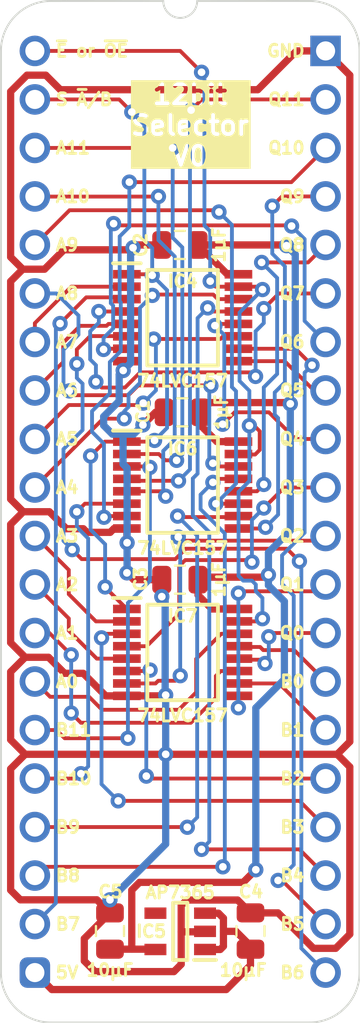
<source format=kicad_pcb>
(kicad_pcb (version 20241229) (generator "pcbnew") (generator_version "9.0")
  (title_block (title "Selector 12bit") (date "2024-02-19") (rev "V0"))
  (layers (0 "F.Cu" signal) (2 "B.Cu" signal) (13 "F.Paste" user) (15 "B.Paste" user) (5 "F.SilkS" user "F.Silkscreen") (7 "B.SilkS" user "B.Silkscreen") (1 "F.Mask" user) (3 "B.Mask" user) (25 "Edge.Cuts" user))
  (net 0 "")
  (net 1 "GND")
  (net 2 "5V")
  (net 3 "/3.3V")
  (net 4 "Q4")
  (net 5 "~{E}")
  (net 6 "A5")
  (net 7 "B5")
  (net 8 "B6")
  (net 9 "S")
  (net 10 "B7")
  (net 11 "Q5")
  (net 12 "Q7")
  (net 13 "A7")
  (net 14 "Q6")
  (net 15 "A6")
  (net 16 "B4")
  (net 17 "A4")
  (net 18 "B8")
  (net 19 "Q10")
  (net 20 "Q11")
  (net 21 "A10")
  (net 22 "B11")
  (net 23 "Q9")
  (net 24 "Q8")
  (net 25 "A8")
  (net 26 "B9")
  (net 27 "B10")
  (net 28 "A9")
  (net 29 "A11")
  (net 30 "A0")
  (net 31 "Q3")
  (net 32 "B0")
  (net 33 "B3")
  (net 34 "A2")
  (net 35 "Q0")
  (net 36 "A1")
  (net 37 "A3")
  (net 38 "Q1")
  (net 39 "Q2")
  (net 40 "B2")
  (net 41 "B1")
  (footprint "SamacSys_Parts:DIP-40_Board_W15.24mm_Alt" (layer "F.Cu") (at 0 0)
    (property "Reference" "J1" (hide yes))
    (property "Value" "Conn_02x20_Counter_Clockwise" (hide yes))
    (fp_line (start -1.778 48.26) (end -1.778 0) (stroke (width 0.1)) (layer "Edge.Cuts"))
    (fp_line (start 6.731 -2.6162) (end 0.835732 -2.613732) (stroke (width 0.1)) (layer "Edge.Cuts"))
    (fp_line (start 14.404267 -2.613733) (end 8.509 -2.6162) (stroke (width 0.1)) (layer "Edge.Cuts"))
    (fp_line (start 14.404268 50.873732) (end 0.835733 50.873733) (stroke (width 0.1)) (layer "Edge.Cuts"))
    (fp_line (start 17.018 48.26) (end 17.017999 -0.000001) (stroke (width 0.1)) (layer "Edge.Cuts"))
    (fp_arc (start -1.778 0) (mid -1.012456 -1.848188) (end 0.835732 -2.613732) (stroke (width 0.1)) (layer "Edge.Cuts"))
    (fp_arc (start 0.835733 50.873733) (mid -1.012457 50.10819) (end -1.778 48.26) (stroke (width 0.1)) (layer "Edge.Cuts"))
    (fp_arc (start 8.509 -2.6162) (mid 7.62 -1.7272) (end 6.731 -2.6162) (stroke (width 0.1)) (layer "Edge.Cuts"))
    (fp_arc (start 14.404267 -2.613733) (mid 16.252453 -1.848189) (end 17.017999 -0.000001) (stroke (width 0.1)) (layer "Edge.Cuts"))
    (fp_arc (start 17.018 48.26) (mid 16.252456 50.108187) (end 14.404268 50.873732) (stroke (width 0.1)) (layer "Edge.Cuts"))
  )
  (footprint "SamacSys_Parts:C_0805" (layer "F.Cu") (at 3.937 46.101)
    (property "Reference" "C5")
    (property "Value" "10µF")
  )
  (footprint "SamacSys_Parts:C_0805" (layer "F.Cu") (at 11.303 46.101)
    (property "Reference" "C4")
    (property "Value" "10µF")
  )
  (footprint "SamacSys_Parts:C_0805" (layer "F.Cu") (at 7.62 10.16 90)
    (property "Reference" "C2")
    (property "Value" "1μF")
  )
  (footprint "SamacSys_Parts:SOP65P640X110-16N" (layer "F.Cu") (at 7.747 31.496)
    (property "Reference" "IC7")
    (property "Value" "74LVC157APW,118" (hide yes))
  )
  (footprint "SamacSys_Parts:SOP65P640X110-16N" (layer "F.Cu") (at 7.747 22.733)
    (property "Reference" "IC6")
    (property "Value" "74LVC157APW,118" (hide yes))
  )
  (footprint "SamacSys_Parts:SOT95P285X130-5N" (layer "F.Cu") (at 7.62 46.101 180)
    (property "Reference" "IC5")
    (property "Value" "AP7365-33WG-7" (hide yes))
  )
  (footprint "SamacSys_Parts:C_0805" (layer "F.Cu") (at 7.747 18.923 90)
    (property "Reference" "C1")
    (property "Value" "1μF")
  )
  (footprint "SamacSys_Parts:SOP65P640X110-16N" (layer "F.Cu") (at 7.747 13.97)
    (property "Reference" "IC4")
    (property "Value" "74LVC157APW,118" (hide yes))
  )
  (footprint "SamacSys_Parts:C_0805" (layer "F.Cu") (at 7.62 27.686 90)
    (property "Reference" "C3")
    (property "Value" "1μF")
  )
  (footprint "SamacSys_Parts:PinHeader_1x20_P2.54mm_Vertical" (layer "B.Cu") (at 0 0 180)
    (property "Reference" "J2" (hide yes))
    (property "Value" "Pin_Header_01x20" (hide yes))
  )
  (footprint "SamacSys_Parts:PinHeader_1x20_P2.54mm_Vertical" (layer "B.Cu") (at 15.24 0 180)
    (property "Reference" "J3" (hide yes))
    (property "Value" "Pin_Header_01x20" (hide yes))
  )
  (gr_text "B0" (at 14.224 33.02 0) (layer "F.SilkS") (effects (font (size 0.635 0.635) (thickness 0.15) (bold yes)) (justify right)))
  (gr_text "Q3" (at 14.224 22.86 0) (layer "F.SilkS") (effects (font (size 0.635 0.635) (thickness 0.15) (bold yes)) (justify right)))
  (gr_text "B4" (at 14.224 43.18 0) (layer "F.SilkS") (effects (font (size 0.635 0.635) (thickness 0.15) (bold yes)) (justify right)))
  (gr_text "Q1" (at 14.224 27.94 0) (layer "F.SilkS") (effects (font (size 0.635 0.635) (thickness 0.15) (bold yes)) (justify right)))
  (gr_text "Q10" (at 14.224 5.08 0) (layer "F.SilkS") (effects (font (size 0.635 0.635) (thickness 0.15) (bold yes)) (justify right)))
  (gr_text "Q5" (at 14.224 17.78 0) (layer "F.SilkS") (effects (font (size 0.635 0.635) (thickness 0.15) (bold yes)) (justify right)))
  (gr_text "Q6" (at 14.224 15.24 0) (layer "F.SilkS") (effects (font (size 0.635 0.635) (thickness 0.15) (bold yes)) (justify right)))
  (gr_text "A8" (at 1.016 12.7 0) (layer "F.SilkS") (effects (font (size 0.635 0.635) (thickness 0.15) (bold yes)) (justify left)))
  (gr_text "A6" (at 1.016 17.78 0) (layer "F.SilkS") (effects (font (size 0.635 0.635) (thickness 0.15) (bold yes)) (justify left)))
  (gr_text "A3" (at 1.016 25.4 0) (layer "F.SilkS") (effects (font (size 0.635 0.635) (thickness 0.15) (bold yes)) (justify left)))
  (gr_text "A10" (at 1.016 7.62 0) (layer "F.SilkS") (effects (font (size 0.635 0.635) (thickness 0.15) (bold yes)) (justify left)))
  (gr_text "A1" (at 1.016 30.48 0) (layer "F.SilkS") (effects (font (size 0.635 0.635) (thickness 0.15) (bold yes)) (justify left)))
  (gr_text "Q9" (at 14.224 7.62 0) (layer "F.SilkS") (effects (font (size 0.635 0.635) (thickness 0.15) (bold yes)) (justify right)))
  (gr_text "Q0" (at 14.224 30.48 0) (layer "F.SilkS") (effects (font (size 0.635 0.635) (thickness 0.15) (bold yes)) (justify right)))
  (gr_text "B10" (at 1.016 38.1 0) (layer "F.SilkS") (effects (font (size 0.635 0.635) (thickness 0.15) (bold yes)) (justify left)))
  (gr_text "12bit\nSelector\nV0" (at 8.128 6.096 0) (layer "F.SilkS" knockout) (effects (font (size 1 1) (thickness 0.2) (bold yes)) (justify bottom)))
  (gr_text "B7" (at 1.016 45.72 0) (layer "F.SilkS") (effects (font (size 0.635 0.635) (thickness 0.15) (bold yes)) (justify left)))
  (gr_text "Q2" (at 14.224 25.4 0) (layer "F.SilkS") (effects (font (size 0.635 0.635) (thickness 0.15) (bold yes)) (justify right)))
  (gr_text "Q4" (at 14.224 20.32 0) (layer "F.SilkS") (effects (font (size 0.635 0.635) (thickness 0.15) (bold yes)) (justify right)))
  (gr_text "B3" (at 14.224 40.64 0) (layer "F.SilkS") (effects (font (size 0.635 0.635) (thickness 0.15) (bold yes)) (justify right)))
  (gr_text "A11" (at 1.016 5.08 0) (layer "F.SilkS") (effects (font (size 0.635 0.635) (thickness 0.15) (bold yes)) (justify left)))
  (gr_text "A2" (at 1.016 27.94 0) (layer "F.SilkS") (effects (font (size 0.635 0.635) (thickness 0.15) (bold yes)) (justify left)))
  (gr_text "GND" (at 14.224 0 0) (layer "F.SilkS") (effects (font (size 0.635 0.635) (thickness 0.15) (bold yes)) (justify right)))
  (gr_text "A7" (at 1.016 15.24 0) (layer "F.SilkS") (effects (font (size 0.635 0.635) (thickness 0.15) (bold yes)) (justify left)))
  (gr_text "A5" (at 1.016 20.32 0) (layer "F.SilkS") (effects (font (size 0.635 0.635) (thickness 0.15) (bold yes)) (justify left)))
  (gr_text "A4" (at 1.016 22.86 0) (layer "F.SilkS") (effects (font (size 0.635 0.635) (thickness 0.15) (bold yes)) (justify left)))
  (gr_text "B8" (at 1.016 43.18 0) (layer "F.SilkS") (effects (font (size 0.635 0.635) (thickness 0.15) (bold yes)) (justify left)))
  (gr_text "~{E} or ~{OE}" (at 1.016 0 0) (layer "F.SilkS") (effects (font (size 0.635 0.635) (thickness 0.15) (bold yes)) (justify left)))
  (gr_text "B2" (at 14.224 38.1 0) (layer "F.SilkS") (effects (font (size 0.635 0.635) (thickness 0.15) (bold yes)) (justify right)))
  (gr_text "B5" (at 14.224 45.72 0) (layer "F.SilkS") (effects (font (size 0.635 0.635) (thickness 0.15) (bold yes)) (justify right)))
  (gr_text "A9" (at 1.016 10.16 0) (layer "F.SilkS") (effects (font (size 0.635 0.635) (thickness 0.15) (bold yes)) (justify left)))
  (gr_text "Q7" (at 14.224 12.7 0) (layer "F.SilkS") (effects (font (size 0.635 0.635) (thickness 0.15) (bold yes)) (justify right)))
  (gr_text "A0" (at 1.016 33.02 0) (layer "F.SilkS") (effects (font (size 0.635 0.635) (thickness 0.15) (bold yes)) (justify left)))
  (gr_text "Q8" (at 14.224 10.16 0) (layer "F.SilkS") (effects (font (size 0.635 0.635) (thickness 0.15) (bold yes)) (justify right)))
  (gr_text "B11" (at 1.016 35.56 0) (layer "F.SilkS") (effects (font (size 0.635 0.635) (thickness 0.15) (bold yes)) (justify left)))
  (gr_text "B9" (at 1.016 40.64 0) (layer "F.SilkS") (effects (font (size 0.635 0.635) (thickness 0.15) (bold yes)) (justify left)))
  (gr_text "Q11" (at 14.224 2.54 0) (layer "F.SilkS") (effects (font (size 0.635 0.635) (thickness 0.15) (bold yes)) (justify right)))
  (gr_text "B1" (at 14.224 35.56 0) (layer "F.SilkS") (effects (font (size 0.635 0.635) (thickness 0.15) (bold yes)) (justify right)))
  (gr_text "B6" (at 14.224 48.26 0) (layer "F.SilkS") (effects (font (size 0.635 0.635) (thickness 0.15) (bold yes)) (justify right)))
  (gr_text "5V" (at 1.016 48.26 0) (layer "F.SilkS") (effects (font (size 0.635 0.635) (thickness 0.15) (bold yes)) (justify left)))
  (gr_text "S ~{A}/B" (at 1.016 2.54 0) (layer "F.SilkS") (effects (font (size 0.635 0.635) (thickness 0.15) (bold yes)) (justify left)))
  (segment (start 3.937 45.135) (end 3.252 44.45) (width 0.38) (layer "F.Cu") (net 1))
  (segment (start -1.27 43.942) (end -1.27 37.592) (width 0.38) (layer "F.Cu") (net 1))
  (segment (start -1.27 32.512) (end -0.508 31.75) (width 0.38) (layer "F.Cu") (net 1))
  (segment (start 4.822 33.771) (end 6.8182 33.771) (width 0.38) (layer "F.Cu") (net 1))
  (segment (start 4.822 16.540051) (end 4.6296 16.732451) (width 0.38) (layer "F.Cu") (net 1))
  (segment (start 16.51 36.169596) (end 15.849598 36.829998) (width 0.38) (layer "F.Cu") (net 1))
  (segment (start -1.27 12.065) (end -1.27 23.4696) (width 0.38) (layer "F.Cu") (net 1))
  (segment (start 4.148801 25.008) (end 3.94815 25.208651) (width 0.38) (layer "F.Cu") (net 1))
  (segment (start 16.51 37.4904) (end 15.849598 36.829998) (width 0.38) (layer "F.Cu") (net 1))
  (segment (start 3.1496 48.2092) (end 7.2898 48.2092) (width 0.38) (layer "F.Cu") (net 1))
  (segment (start 6.654 28.575) (end 6.654 27.686) (width 0.38) (layer "F.Cu") (net 1))
  (segment (start 4.822 25.008) (end 4.148801 25.008) (width 0.38) (layer "F.Cu") (net 1))
  (segment (start 7.6708 47.8282) (end 7.6708 46.1264) (width 0.38) (layer "F.Cu") (net 1))
  (segment (start 6.654 10.16) (end 5.29256 10.16) (width 0.38) (layer "F.Cu") (net 1))
  (segment (start 7.6708 46.1264) (end 7.6708 44.7452) (width 0.38) (layer "F.Cu") (net 1))
  (segment (start 11.303 45.135) (end 12.75 45.135) (width 0.38) (layer "F.Cu") (net 1))
  (segment (start 1.523997 10.414003) (end 0.508 11.43) (width 0.38) (layer "F.Cu") (net 1))
  (segment (start 0.508 11.43) (end -0.635 11.43) (width 0.38) (layer "F.Cu") (net 1))
  (segment (start 3.252 44.45) (end -0.762 44.45) (width 0.38) (layer "F.Cu") (net 1))
  (segment (start -1.27 2.127085) (end -0.412915 1.27) (width 0.38) (layer "F.Cu") (net 1))
  (segment (start -0.508 36.83) (end -1.27 36.068) (width 0.38) (layer "F.Cu") (net 1))
  (segment (start 12.75 45.135) (end 14.605 46.99) (width 0.38) (layer "F.Cu") (net 1))
  (segment (start -0.508 31.75) (end 0.71706 31.75) (width 0.38) (layer "F.Cu") (net 1))
  (segment (start 7.6708 44.7452) (end 7.955 44.461) (width 0.38) (layer "F.Cu") (net 1))
  (segment (start -0.6096 24.13) (end -1.27 24.7904) (width 0.38) (layer "F.Cu") (net 1))
  (segment (start -0.762 44.45) (end -1.27 43.942) (width 0.38) (layer "F.Cu") (net 1))
  (segment (start 2.536 32.59) (end 3.717 33.771) (width 0.38) (layer "F.Cu") (net 1))
  (segment (start 15.849598 36.829998) (end 6.858004 36.829998) (width 0.38) (layer "F.Cu") (net 1))
  (segment (start 16.51 1.27) (end 16.51 36.169596) (width 0.38) (layer "F.Cu") (net 1))
  (segment (start 6.8182 33.771) (end 6.858 33.7312) (width 0.38) (layer "F.Cu") (net 1))
  (segment (start 2.729651 25.208651) (end 2.54 25.019) (width 0.38) (layer "F.Cu") (net 1))
  (segment (start -1.27 10.795) (end -1.27 2.127085) (width 0.38) (layer "F.Cu") (net 1))
  (segment (start -0.508 36.83) (end -1.27 37.592) (width 0.38) (layer "F.Cu") (net 1))
  (segment (start 7.2898 48.2092) (end 7.6708 47.8282) (width 0.38) (layer "F.Cu") (net 1))
  (segment (start 13.716 0) (end 15.24 0) (width 0.38) (layer "F.Cu") (net 1))
  (segment (start -1.27 23.4696) (end -0.6096 24.13) (width 0.38) (layer "F.Cu") (net 1))
  (segment (start 0.71706 31.75) (end 1.55706 32.59) (width 0.38) (layer "F.Cu") (net 1))
  (segment (start 6.323858 18.923) (end 5.663829 19.583029) (width 0.38) (layer "F.Cu") (net 1))
  (segment (start 7.6708 46.1264) (end 8.8946 46.1264) (width 0.38) (layer "F.Cu") (net 1))
  (segment (start 7.955 44.461) (end 10.629 44.461) (width 0.38) (layer "F.Cu") (net 1))
  (segment (start 3.94815 25.208651) (end 2.729651 25.208651) (width 0.38) (layer "F.Cu") (net 1))
  (segment (start 11.684 2.032) (end 13.716 0) (width 0.38) (layer "F.Cu") (net 1))
  (segment (start 1.651 25.019) (end 0.762 24.13) (width 0.38) (layer "F.Cu") (net 1))
  (segment (start 1.55706 32.59) (end 2.536 32.59) (width 0.38) (layer "F.Cu") (net 1))
  (segment (start 2.54 25.019) (end 1.651 25.019) (width 0.38) (layer "F.Cu") (net 1))
  (segment (start 2.5908 46.4812) (end 2.5908 47.6504) (width 0.38) (layer "F.Cu") (net 1))
  (segment (start -1.27 36.068) (end -1.27 32.512) (width 0.38) (layer "F.Cu") (net 1))
  (segment (start 1.523997 10.414003) (end 5.038557 10.414003) (width 0.38) (layer "F.Cu") (net 1))
  (segment (start -0.6096 24.13) (end 0.762 24.13) (width 0.38) (layer "F.Cu") (net 1))
  (segment (start 1.334915 2.032) (end 11.684 2.032) (width 0.38) (layer "F.Cu") (net 1))
  (segment (start 10.629 44.461) (end 11.303 45.135) (width 0.38) (layer "F.Cu") (net 1))
  (segment (start -0.635 11.43) (end -1.27 12.065) (width 0.38) (layer "F.Cu") (net 1))
  (segment (start -0.635 11.43) (end -1.27 10.795) (width 0.38) (layer "F.Cu") (net 1))
  (segment (start 15.24 0) (end 16.51 1.27) (width 0.38) (layer "F.Cu") (net 1))
  (segment (start 5.181596 27.686) (end 6.654 27.686) (width 0.38) (layer "F.Cu") (net 1))
  (segment (start 14.605 46.99) (end 15.7715 46.99) (width 0.38) (layer "F.Cu") (net 1))
  (segment (start 16.51 46.2515) (end 16.51 37.4904) (width 0.38) (layer "F.Cu") (net 1))
  (segment (start 5.038557 10.414003) (end 5.145 10.30756) (width 0.38) (layer "F.Cu") (net 1))
  (segment (start -0.412915 1.27) (end 0.572915 1.27) (width 0.38) (layer "F.Cu") (net 1))
  (segment (start 4.822 25.008) (end 4.822 25.740297) (width 0.38) (layer "F.Cu") (net 1))
  (segment (start 3.717 33.771) (end 4.822 33.771) (width 0.38) (layer "F.Cu") (net 1))
  (segment (start 2.5908 47.6504) (end 3.1496 48.2092) (width 0.38) (layer "F.Cu") (net 1))
  (segment (start 15.7715 46.99) (end 16.51 46.2515) (width 0.38) (layer "F.Cu") (net 1))
  (segment (start 0.572915 1.27) (end 1.334915 2.032) (width 0.38) (layer "F.Cu") (net 1))
  (segment (start 4.822 25.740297) (end 4.834647 25.752944) (width 0.38) (layer "F.Cu") (net 1))
  (segment (start 4.822 16.245) (end 4.822 16.540051) (width 0.38) (layer "F.Cu") (net 1))
  (segment (start 6.781 18.923) (end 6.323858 18.923) (width 0.38) (layer "F.Cu") (net 1))
  (segment (start 6.858002 36.83) (end -0.508 36.83) (width 0.38) (layer "F.Cu") (net 1))
  (segment (start 3.937 45.135) (end 3.937 44.45) (width 0.38) (layer "F.Cu") (net 1))
  (segment (start -1.27 30.988) (end -0.508 31.75) (width 0.38) (layer "F.Cu") (net 1))
  (segment (start 4.825996 27.3304) (end 5.181596 27.686) (width 0.38) (layer "F.Cu") (net 1))
  (segment (start 5.29256 10.16) (end 5.145 10.30756) (width 0.38) (layer "F.Cu") (net 1))
  (segment (start 6.858004 36.829998) (end 6.858002 36.83) (width 0.38) (layer "F.Cu") (net 1))
  (segment (start 3.937 45.135) (end 2.5908 46.4812) (width 0.38) (layer "F.Cu") (net 1))
  (segment (start -1.27 24.7904) (end -1.27 30.988) (width 0.38) (layer "F.Cu") (net 1))
  (via (at 6.654 28.575) (size 0.8) (drill 0.4) (layers "F.Cu" "B.Cu") (net 1))
  (via (at 4.834647 25.752944) (size 0.8) (drill 0.4) (layers "F.Cu" "B.Cu") (net 1))
  (via (at 4.6296 16.732451) (size 0.8) (drill 0.4) (layers "F.Cu" "B.Cu") (net 1))
  (via (at 3.937 44.45) (size 0.8) (drill 0.4) (layers "F.Cu" "B.Cu") (net 1))
  (via (at 4.825996 27.3304) (size 0.8) (drill 0.4) (layers "F.Cu" "B.Cu") (net 1))
  (via (at 6.858 33.7312) (size 0.8) (drill 0.4) (layers "F.Cu" "B.Cu") (net 1))
  (via (at 5.663829 19.583029) (size 0.8) (drill 0.4) (layers "F.Cu" "B.Cu") (net 1))
  (via (at 6.858004 36.829998) (size 0.8) (drill 0.4) (layers "F.Cu" "B.Cu") (net 1))
  (via (at 5.145 10.30756) (size 0.8) (drill 0.4) (layers "F.Cu" "B.Cu") (net 1))
  (segment (start 4.4196 16.942451) (end 4.6296 16.732451) (width 0.38) (layer "B.Cu") (net 1))
  (segment (start 6.858004 36.829998) (end 6.858004 41.528996) (width 0.38) (layer "B.Cu") (net 1))
  (segment (start 5.180858 20.066) (end 4.6228 20.066) (width 0.38) (layer "B.Cu") (net 1))
  (segment (start 4.6228 21.632153) (end 4.834647 21.844) (width 0.38) (layer "B.Cu") (net 1))
  (segment (start 4.834647 21.844) (end 4.834647 25.752944) (width 0.38) (layer "B.Cu") (net 1))
  (segment (start 5.018 16.344051) (end 5.018 10.43456) (width 0.38) (layer "B.Cu") (net 1))
  (segment (start 6.858 36.829994) (end 6.858004 36.829998) (width 0.38) (layer "B.Cu") (net 1))
  (segment (start 6.858 33.7312) (end 6.858 36.829994) (width 0.38) (layer "B.Cu") (net 1))
  (segment (start 3.6068 19.6088) (end 3.6068 19.144554) (width 0.38) (layer "B.Cu") (net 1))
  (segment (start 4.6228 20.066) (end 4.6228 21.632153) (width 0.38) (layer "B.Cu") (net 1))
  (segment (start 4.834647 25.752944) (end 4.834647 27.321749) (width 0.38) (layer "B.Cu") (net 1))
  (segment (start 4.064 20.066) (end 3.6068 19.6088) (width 0.38) (layer "B.Cu") (net 1))
  (segment (start 6.858004 41.528996) (end 3.937 44.45) (width 0.38) (layer "B.Cu") (net 1))
  (segment (start 6.83 28.751) (end 6.654 28.575) (width 0.38) (layer "B.Cu") (net 1))
  (segment (start 4.6228 20.066) (end 4.064 20.066) (width 0.38) (layer "B.Cu") (net 1))
  (segment (start 4.6296 16.732451) (end 5.018 16.344051) (width 0.38) (layer "B.Cu") (net 1))
  (segment (start 4.834647 27.321749) (end 4.825996 27.3304) (width 0.38) (layer "B.Cu") (net 1))
  (segment (start 3.6068 19.144554) (end 4.4196 18.331754) (width 0.38) (layer "B.Cu") (net 1))
  (segment (start 4.4196 18.331754) (end 4.4196 16.942451) (width 0.38) (layer "B.Cu") (net 1))
  (segment (start 6.83 33.7032) (end 6.83 28.751) (width 0.38) (layer "B.Cu") (net 1))
  (segment (start 5.663829 19.583029) (end 5.180858 20.066) (width 0.38) (layer "B.Cu") (net 1))
  (segment (start 5.018 10.43456) (end 5.145 10.30756) (width 0.38) (layer "B.Cu") (net 1))
  (segment (start 6.858 33.7312) (end 6.83 33.7032) (width 0.38) (layer "B.Cu") (net 1))
  (segment (start 0.889 49.149) (end 0 48.26) (width 0.38) (layer "F.Cu") (net 2))
  (segment (start 11.303 46.863) (end 10.541 46.101) (width 0.38) (layer "F.Cu") (net 2))
  (segment (start 10.033 49.149) (end 0.889 49.149) (width 0.38) (layer "F.Cu") (net 2))
  (segment (start 9.885 46.101) (end 9.885 46.884) (width 0.38) (layer "F.Cu") (net 2))
  (segment (start 9.718 47.051) (end 8.92 47.051) (width 0.38) (layer "F.Cu") (net 2))
  (segment (start 9.885 45.411) (end 9.885 46.101) (width 0.38) (layer "F.Cu") (net 2))
  (segment (start 10.541 46.101) (end 9.885 46.101) (width 0.38) (layer "F.Cu") (net 2))
  (segment (start 11.303 47.879) (end 10.033 49.149) (width 0.38) (layer "F.Cu") (net 2))
  (segment (start 9.625 45.151) (end 9.885 45.411) (width 0.38) (layer "F.Cu") (net 2))
  (segment (start 8.92 45.151) (end 9.625 45.151) (width 0.38) (layer "F.Cu") (net 2))
  (segment (start 9.885 46.884) (end 9.718 47.051) (width 0.38) (layer "F.Cu") (net 2))
  (segment (start 11.303 47.035) (end 11.303 47.879) (width 0.38) (layer "F.Cu") (net 2))
  (segment (start 12.119336 27.555464) (end 8.931464 27.555464) (width 0.38) (layer "F.Cu") (net 3))
  (segment (start 8.681 19.600675) (end 8.681 18.923) (width 0.38) (layer "F.Cu") (net 3))
  (segment (start 9.538325 20.458) (end 8.681 19.600675) (width 0.38) (layer "F.Cu") (net 3))
  (segment (start 8.554 10.16) (end 13.1559 10.16) (width 0.38) (layer "F.Cu") (net 3))
  (segment (start 10.672 11.695) (end 10.089 11.695) (width 0.38) (layer "F.Cu") (net 3))
  (segment (start 12.2428 27.432) (end 12.119336 27.555464) (width 0.38) (layer "F.Cu") (net 3))
  (segment (start 13.1559 10.16) (end 13.193454 10.197554) (width 0.38) (layer "F.Cu") (net 3))
  (segment (start 5.080002 43.942) (end 5.486402 43.5356) (width 0.38) (layer "F.Cu") (net 3))
  (segment (start 8.554 28.493) (end 8.554 27.686) (width 0.38) (layer "F.Cu") (net 3))
  (segment (start 9.189 18.415) (end 13.327979 18.415) (width 0.38) (layer "F.Cu") (net 3))
  (segment (start 10.922 43.5356) (end 11.5824 42.8752) (width 0.38) (layer "F.Cu") (net 3))
  (segment (start 10.672 20.458) (end 9.538325 20.458) (width 0.38) (layer "F.Cu") (net 3))
  (segment (start 8.931464 27.555464) (end 8.808 27.432) (width 0.38) (layer "F.Cu") (net 3))
  (segment (start 5.080002 47.035) (end 6.304 47.035) (width 0.38) (layer "F.Cu") (net 3))
  (segment (start 13.327979 18.415) (end 13.39 18.477021) (width 0.38) (layer "F.Cu") (net 3))
  (segment (start 8.681 18.923) (end 9.189 18.415) (width 0.38) (layer "F.Cu") (net 3))
  (segment (start 9.282 29.221) (end 8.554 28.493) (width 0.38) (layer "F.Cu") (net 3))
  (segment (start 10.672 29.221) (end 9.282 29.221) (width 0.38) (layer "F.Cu") (net 3))
  (segment (start 10.089 11.695) (end 8.554 10.16) (width 0.38) (layer "F.Cu") (net 3))
  (segment (start 5.486402 43.5356) (end 10.922 43.5356) (width 0.38) (layer "F.Cu") (net 3))
  (segment (start 5.080002 47.035) (end 5.080002 43.942) (width 0.38) (layer "F.Cu") (net 3))
  (segment (start 3.937 47.035) (end 5.080002 47.035) (width 0.38) (layer "F.Cu") (net 3))
  (via (at 13.193454 10.197554) (size 0.8) (drill 0.4) (layers "F.Cu" "B.Cu") (net 3))
  (via (at 13.39 18.477021) (size 0.8) (drill 0.4) (layers "F.Cu" "B.Cu") (net 3))
  (via (at 12.2428 27.432) (size 0.8) (drill 0.4) (layers "F.Cu" "B.Cu") (net 3))
  (via (at 11.5824 42.8752) (size 0.8) (drill 0.4) (layers "F.Cu" "B.Cu") (net 3))
  (segment (start 11.5824 34.40295) (end 11.5824 42.8752) (width 0.38) (layer "B.Cu") (net 3))
  (segment (start 12.2428 26.2636) (end 13.39 25.1164) (width 0.38) (layer "B.Cu") (net 3))
  (segment (start 13.39 18.477021) (end 13.39 17.9892) (width 0.38) (layer "B.Cu") (net 3))
  (segment (start 13.65 10.6541) (end 13.65 17.7292) (width 0.38) (layer "B.Cu") (net 3))
  (segment (start 13.193454 10.197554) (end 13.65 10.6541) (width 0.38) (layer "B.Cu") (net 3))
  (segment (start 13.39 17.9892) (end 13.65 17.7292) (width 0.38) (layer "B.Cu") (net 3))
  (segment (start 12.2428 27.432) (end 12.2428 26.2636) (width 0.38) (layer "B.Cu") (net 3))
  (segment (start 12.2428 27.984285) (end 13.08 28.821485) (width 0.38) (layer "B.Cu") (net 3))
  (segment (start 12.2428 27.432) (end 12.2428 27.984285) (width 0.38) (layer "B.Cu") (net 3))
  (segment (start 13.08 28.821485) (end 13.08 32.90535) (width 0.38) (layer "B.Cu") (net 3))
  (segment (start 13.39 25.1164) (end 13.39 18.477021) (width 0.38) (layer "B.Cu") (net 3))
  (segment (start 13.08 32.90535) (end 11.5824 34.40295) (width 0.38) (layer "B.Cu") (net 3))
  (segment (start 9.525782 14.295) (end 9.437503 14.383279) (width 0.2) (layer "F.Cu") (net 4))
  (segment (start 13.6652 20.32) (end 12.2682 18.923) (width 0.2) (layer "F.Cu") (net 4))
  (segment (start 12.2682 18.923) (end 10.470267 18.923) (width 0.2) (layer "F.Cu") (net 4))
  (segment (start 15.24 20.32) (end 13.6652 20.32) (width 0.2) (layer "F.Cu") (net 4))
  (segment (start 10.672 14.295) (end 9.525782 14.295) (width 0.2) (layer "F.Cu") (net 4))
  (segment (start 10.470267 18.923) (end 9.8444 19.548867) (width 0.2) (layer "F.Cu") (net 4))
  (via (at 9.437503 14.383279) (size 0.8) (drill 0.4) (layers "F.Cu" "B.Cu") (net 4))
  (via (at 9.8444 19.548867) (size 0.8) (drill 0.4) (layers "F.Cu" "B.Cu") (net 4))
  (segment (start 9.93 19.463267) (end 9.8444 19.548867) (width 0.2) (layer "B.Cu") (net 4))
  (segment (start 9.437503 14.383279) (end 9.93 14.875776) (width 0.2) (layer "B.Cu") (net 4))
  (segment (start 9.93 14.875776) (end 9.93 19.463267) (width 0.2) (layer "B.Cu") (net 4))
  (segment (start 10.6968 21.1328) (end 11.5472 21.1328) (width 0.2) (layer "F.Cu") (net 5))
  (segment (start 10.672 12.345) (end 9.479246 12.345) (width 0.2) (layer "F.Cu") (net 5))
  (segment (start 10.672 29.871) (end 11.789565 29.871) (width 0.2) (layer "F.Cu") (net 5))
  (segment (start 11.783235 12.345) (end 11.933382 12.495147) (width 0.2) (layer "F.Cu") (net 5))
  (segment (start 7.62 0) (end 8.7376 1.1176) (width 0.2) (layer "F.Cu") (net 5))
  (segment (start 11.7856 20.8944) (end 11.7856 19.9136) (width 0.2) (layer "F.Cu") (net 5))
  (segment (start 11.495 19.623) (end 11.2444 19.623) (width 0.2) (layer "F.Cu") (net 5))
  (segment (start 11.789565 29.871) (end 11.929168 29.731397) (width 0.2) (layer "F.Cu") (net 5))
  (segment (start 9.479246 12.345) (end 9.191295 12.057049) (width 0.2) (layer "F.Cu") (net 5))
  (segment (start 0 0) (end 7.62 0) (width 0.2) (layer "F.Cu") (net 5))
  (segment (start 11.5472 21.1328) (end 11.7856 20.8944) (width 0.2) (layer "F.Cu") (net 5))
  (segment (start 11.7856 19.9136) (end 11.495 19.623) (width 0.2) (layer "F.Cu") (net 5))
  (segment (start 10.672 12.345) (end 11.783235 12.345) (width 0.2) (layer "F.Cu") (net 5))
  (via (at 11.2444 19.623) (size 0.8) (drill 0.4) (layers "F.Cu" "B.Cu") (net 5))
  (via (at 9.191295 12.057049) (size 0.8) (drill 0.4) (layers "F.Cu" "B.Cu") (net 5))
  (via (at 11.933382 12.495147) (size 0.8) (drill 0.4) (layers "F.Cu" "B.Cu") (net 5))
  (via (at 8.7376 1.1176) (size 0.8) (drill 0.4) (layers "F.Cu" "B.Cu") (net 5))
  (via (at 11.929168 29.731397) (size 0.8) (drill 0.4) (layers "F.Cu" "B.Cu") (net 5))
  (segment (start 10.6774 23.087145) (end 10.6774 27.4922) (width 0.2) (layer "B.Cu") (net 5))
  (segment (start 10.73 17.2832) (end 11.2444 17.7976) (width 0.2) (layer "B.Cu") (net 5))
  (segment (start 10.6774 27.4922) (end 10.922 27.7368) (width 0.2) (layer "B.Cu") (net 5))
  (segment (start 11.2444 17.7976) (end 11.2444 19.623) (width 0.2) (layer "B.Cu") (net 5))
  (segment (start 11.5824 27.94) (end 11.5824 28.2956) (width 0.2) (layer "B.Cu") (net 5))
  (segment (start 10.922 27.7368) (end 11.3792 27.7368) (width 0.2) (layer "B.Cu") (net 5))
  (segment (start 8.89 9.144) (end 8.89 1.27) (width 0.2) (layer "B.Cu") (net 5))
  (segment (start 11.2444 22.520145) (end 10.6774 23.087145) (width 0.2) (layer "B.Cu") (net 5))
  (segment (start 10.73 13.698529) (end 10.73 17.2832) (width 0.2) (layer "B.Cu") (net 5))
  (segment (start 9.191295 9.445295) (end 8.89 9.144) (width 0.2) (layer "B.Cu") (net 5))
  (segment (start 11.933382 12.495147) (end 10.73 13.698529) (width 0.2) (layer "B.Cu") (net 5))
  (segment (start 8.89 1.27) (end 8.7376 1.1176) (width 0.2) (layer "B.Cu") (net 5))
  (segment (start 11.5824 28.2956) (end 11.929168 28.642368) (width 0.2) (layer "B.Cu") (net 5))
  (segment (start 11.3792 27.7368) (end 11.5824 27.94) (width 0.2) (layer "B.Cu") (net 5))
  (segment (start 9.191295 12.057049) (end 9.191295 9.445295) (width 0.2) (layer "B.Cu") (net 5))
  (segment (start 11.929168 28.642368) (end 11.929168 29.731397) (width 0.2) (layer "B.Cu") (net 5))
  (segment (start 11.2444 19.623) (end 11.2444 22.520145) (width 0.2) (layer "B.Cu") (net 5))
  (segment (start 9.727453 15.083279) (end 6.234321 15.083279) (width 0.2) (layer "F.Cu") (net 6))
  (segment (start 5.5794 18.542) (end 1.778 18.542) (width 0.2) (layer "F.Cu") (net 6))
  (segment (start 9.865732 14.945) (end 9.727453 15.083279) (width 0.2) (layer "F.Cu") (net 6))
  (segment (start 10.672 14.945) (end 9.865732 14.945) (width 0.2) (layer "F.Cu") (net 6))
  (segment (start 6.234321 15.083279) (end 6.23 15.0876) (width 0.2) (layer "F.Cu") (net 6))
  (segment (start 1.778 18.542) (end 0 20.32) (width 0.2) (layer "F.Cu") (net 6))
  (segment (start 5.681 18.4404) (end 5.5794 18.542) (width 0.2) (layer "F.Cu") (net 6))
  (via (at 5.681 18.4404) (size 0.8) (drill 0.4) (layers "F.Cu" "B.Cu") (net 6))
  (via (at 6.23 15.0876) (size 0.8) (drill 0.4) (layers "F.Cu" "B.Cu") (net 6))
  (segment (start 6.3444 17.777) (end 6.3444 15.202) (width 0.2) (layer "B.Cu") (net 6))
  (segment (start 5.681 18.4404) (end 6.3444 17.777) (width 0.2) (layer "B.Cu") (net 6))
  (segment (start 6.3444 15.202) (end 6.23 15.0876) (width 0.2) (layer "B.Cu") (net 6))
  (segment (start 12.954002 43.434002) (end 12.7508 43.434002) (width 0.2) (layer "F.Cu") (net 7))
  (segment (start 15.24 45.72) (end 12.954002 43.434002) (width 0.2) (layer "F.Cu") (net 7))
  (segment (start 10.672 15.595) (end 13.664612 15.595) (width 0.2) (layer "F.Cu") (net 7))
  (segment (start 13.664612 15.595) (end 14.5288 16.459188) (width 0.2) (layer "F.Cu") (net 7))
  (via (at 14.5288 16.459188) (size 0.8) (drill 0.4) (layers "F.Cu" "B.Cu") (net 7))
  (via (at 12.7508 43.434002) (size 0.8) (drill 0.4) (layers "F.Cu" "B.Cu") (net 7))
  (segment (start 14.14 25.23) (end 12.958784 26.411216) (width 0.2) (layer "B.Cu") (net 7))
  (segment (start 13.57 28.523436) (end 13.57 42.614802) (width 0.2) (layer "B.Cu") (net 7))
  (segment (start 12.958784 26.411216) (end 12.958784 27.91222) (width 0.2) (layer "B.Cu") (net 7))
  (segment (start 14.5288 16.459188) (end 14.14 16.847988) (width 0.2) (layer "B.Cu") (net 7))
  (segment (start 14.14 16.847988) (end 14.14 25.23) (width 0.2) (layer "B.Cu") (net 7))
  (segment (start 12.958784 27.91222) (end 13.57 28.523436) (width 0.2) (layer "B.Cu") (net 7))
  (segment (start 13.57 42.614802) (end 12.7508 43.434002) (width 0.2) (layer "B.Cu") (net 7))
  (segment (start 2.898461 14.932339) (end 4.809339 14.932339) (width 0.2) (layer "F.Cu") (net 8))
  (segment (start 13.213064 26.065464) (end 13.8684 26.7208) (width 0.2) (layer "F.Cu") (net 8))
  (segment (start 7.366849 26.609899) (end 7.911284 26.065464) (width 0.2) (layer "F.Cu") (net 8))
  (segment (start 2.2 16.385539) (end 2.2 15.6308) (width 0.2) (layer "F.Cu") (net 8))
  (segment (start 7.911284 26.065464) (end 13.213064 26.065464) (width 0.2) (layer "F.Cu") (net 8))
  (segment (start 2.2 15.6308) (end 2.898461 14.932339) (width 0.2) (layer "F.Cu") (net 8))
  (segment (start 1.9558 26.113) (end 2.452699 26.609899) (width 0.2) (layer "F.Cu") (net 8))
  (segment (start 2.452699 26.609899) (end 7.366849 26.609899) (width 0.2) (layer "F.Cu") (net 8))
  (via (at 1.9558 26.113) (size 0.8) (drill 0.4) (layers "F.Cu" "B.Cu") (net 8))
  (via (at 2.2 16.385539) (size 0.8) (drill 0.4) (layers "F.Cu" "B.Cu") (net 8))
  (via (at 13.8684 26.7208) (size 0.8) (drill 0.4) (layers "F.Cu" "B.Cu") (net 8))
  (segment (start 15.24 48.26) (end 13.97 46.99) (width 0.2) (layer "B.Cu") (net 8))
  (segment (start 2.5 19.852) (end 1.5 20.852) (width 0.2) (layer "B.Cu") (net 8))
  (segment (start 13.97 26.8224) (end 13.8684 26.7208) (width 0.2) (layer "B.Cu") (net 8))
  (segment (start 1.5 20.852) (end 1.5 25.6572) (width 0.2) (layer "B.Cu") (net 8))
  (segment (start 2.5 17.4244) (end 2.5 19.852) (width 0.2) (layer "B.Cu") (net 8))
  (segment (start 13.97 46.99) (end 13.97 26.8224) (width 0.2) (layer "B.Cu") (net 8))
  (segment (start 1.5 25.6572) (end 1.9558 26.113) (width 0.2) (layer "B.Cu") (net 8))
  (segment (start 2.2 17.1244) (end 2.5 17.4244) (width 0.2) (layer "B.Cu") (net 8))
  (segment (start 2.2 16.385539) (end 2.2 17.1244) (width 0.2) (layer "B.Cu") (net 8))
  (segment (start 4.822 20.458) (end 6.212 20.458) (width 0.2) (layer "F.Cu") (net 9))
  (segment (start 4.822 20.458) (end 3.671921 20.458) (width 0.2) (layer "F.Cu") (net 9))
  (segment (start 3.683 28.082) (end 3.683 28.067) (width 0.2) (layer "F.Cu") (net 9))
  (segment (start 3.671921 20.458) (end 2.920921 21.209) (width 0.2) (layer "F.Cu") (net 9))
  (segment (start 4.822 29.221) (end 3.683 28.082) (width 0.2) (layer "F.Cu") (net 9))
  (segment (start 6.212 20.458) (end 6.2738 20.3962) (width 0.2) (layer "F.Cu") (net 9))
  (segment (start 4.4196 2.54) (end 5.08 3.2004) (width 0.2) (layer "F.Cu") (net 9))
  (segment (start 0 2.54) (end 4.4196 2.54) (width 0.2) (layer "F.Cu") (net 9))
  (segment (start 6.095553 11.695) (end 6.151372 11.750819) (width 0.2) (layer "F.Cu") (net 9))
  (segment (start 4.822 11.695) (end 6.095553 11.695) (width 0.2) (layer "F.Cu") (net 9))
  (via (at 5.08 3.2004) (size 0.8) (drill 0.4) (layers "F.Cu" "B.Cu") (net 9))
  (via (at 6.2738 20.3962) (size 0.8) (drill 0.4) (layers "F.Cu" "B.Cu") (net 9))
  (via (at 2.920921 21.209) (size 0.8) (drill 0.4) (layers "F.Cu" "B.Cu") (net 9))
  (via (at 6.151372 11.750819) (size 0.8) (drill 0.4) (layers "F.Cu" "B.Cu") (net 9))
  (via (at 3.683 28.067) (size 0.8) (drill 0.4) (layers "F.Cu" "B.Cu") (net 9))
  (segment (start 6.93 12.529447) (end 6.93 19.74) (width 0.2) (layer "B.Cu") (net 9))
  (segment (start 3.683 28.067) (end 3.683 25.8318) (width 0.2) (layer "B.Cu") (net 9))
  (segment (start 5.7404 9.91301) (end 5.7404 3.8608) (width 0.2) (layer "B.Cu") (net 9))
  (segment (start 3.683 25.8318) (end 2.920921 25.069721) (width 0.2) (layer "B.Cu") (net 9))
  (segment (start 6.151372 10.323982) (end 5.7404 9.91301) (width 0.2) (layer "B.Cu") (net 9))
  (segment (start 6.93 19.74) (end 6.2738 20.3962) (width 0.2) (layer "B.Cu") (net 9))
  (segment (start 2.920921 25.069721) (end 2.920921 21.209) (width 0.2) (layer "B.Cu") (net 9))
  (segment (start 6.151372 11.750819) (end 6.151372 10.323982) (width 0.2) (layer "B.Cu") (net 9))
  (segment (start 5.7404 3.8608) (end 5.08 3.2004) (width 0.2) (layer "B.Cu") (net 9))
  (segment (start 6.151372 11.750819) (end 6.93 12.529447) (width 0.2) (layer "B.Cu") (net 9))
  (segment (start 4.7302 12.9032) (end 2.6924 12.9032) (width 0.2) (layer "F.Cu") (net 10))
  (segment (start 2.6924 12.9032) (end 1.3208 14.2748) (width 0.2) (layer "F.Cu") (net 10))
  (via (at 1.3208 14.2748) (size 0.8) (drill 0.4) (layers "F.Cu" "B.Cu") (net 10))
  (segment (start 0 45.72) (end 1.1 44.62) (width 0.2) (layer "B.Cu") (net 10))
  (segment (start 1.1 14.4956) (end 1.3208 14.2748) (width 0.2) (layer "B.Cu") (net 10))
  (segment (start 1.1 44.62) (end 1.1 14.4956) (width 0.2) (layer "B.Cu") (net 10))
  (segment (start 13.0954 16.245) (end 10.672 16.245) (width 0.2) (layer "F.Cu") (net 11))
  (segment (start 14.6304 17.78) (end 13.0954 16.245) (width 0.2) (layer "F.Cu") (net 11))
  (segment (start 12.79248 12.7) (end 12 13.49248) (width 0.2) (layer "F.Cu") (net 12))
  (segment (start 11.570212 17.044455) (end 11.358157 16.8324) (width 0.2) (layer "F.Cu") (net 12))
  (segment (start 3.502024 17.6276) (end 3.2 17.325576) (width 0.2) (layer "F.Cu") (net 12))
  (segment (start 11.358157 16.8324) (end 5.5196 16.8324) (width 0.2) (layer "F.Cu") (net 12))
  (segment (start 15.24 12.7) (end 12.79248 12.7) (width 0.2) (layer "F.Cu") (net 12))
  (segment (start 4.7244 17.6276) (end 3.502024 17.6276) (width 0.2) (layer "F.Cu") (net 12))
  (segment (start 4.822 13.645) (end 3.3528 13.645) (width 0.2) (layer "F.Cu") (net 12))
  (segment (start 5.5196 16.8324) (end 4.7244 17.6276) (width 0.2) (layer "F.Cu") (net 12))
  (via (at 3.2 17.325576) (size 0.8) (drill 0.4) (layers "F.Cu" "B.Cu") (net 12))
  (via (at 3.3528 13.645) (size 0.8) (drill 0.4) (layers "F.Cu" "B.Cu") (net 12))
  (via (at 11.570212 17.044455) (size 0.8) (drill 0.4) (layers "F.Cu" "B.Cu") (net 12))
  (via (at 12 13.49248) (size 0.8) (drill 0.4) (layers "F.Cu" "B.Cu") (net 12))
  (segment (start 3.2 17.325576) (end 3.2 16.4544) (width 0.2) (layer "B.Cu") (net 12))
  (segment (start 11.570212 17.044455) (end 11.570212 14.6812) (width 0.2) (layer "B.Cu") (net 12))
  (segment (start 2.9 16.1544) (end 2.9 14.6812) (width 0.2) (layer "B.Cu") (net 12))
  (segment (start 3.3528 14.2284) (end 2.9 14.6812) (width 0.2) (layer "B.Cu") (net 12))
  (segment (start 3.3528 13.645) (end 3.3528 14.2284) (width 0.2) (layer "B.Cu") (net 12))
  (segment (start 12 14.251412) (end 11.570212 14.6812) (width 0.2) (layer "B.Cu") (net 12))
  (segment (start 12 13.49248) (end 12 14.251412) (width 0.2) (layer "B.Cu") (net 12))
  (segment (start 3.2 16.4544) (end 2.9 16.1544) (width 0.2) (layer "B.Cu") (net 12))
  (segment (start 1.910635 12.345) (end 4.822 12.345) (width 0.2) (layer "F.Cu") (net 13))
  (segment (start 0 14.255635) (end 1.910635 12.345) (width 0.2) (layer "F.Cu") (net 13))
  (segment (start 0 15.24) (end 0 14.255635) (width 0.2) (layer "F.Cu") (net 13))
  (segment (start 4.219545 9.135) (end 4.126945 9.0424) (width 0.2) (layer "F.Cu") (net 14))
  (segment (start 13.423229 9.135) (end 4.219545 9.135) (width 0.2) (layer "F.Cu") (net 14))
  (segment (start 13.458093 9.169864) (end 13.423229 9.135) (width 0.2) (layer "F.Cu") (net 14))
  (segment (start 3.637339 15.595) (end 3.6 15.632339) (width 0.2) (layer "F.Cu") (net 14))
  (segment (start 4.822 15.595) (end 3.637339 15.595) (width 0.2) (layer "F.Cu") (net 14))
  (via (at 4.126945 9.0424) (size 0.8) (drill 0.4) (layers "F.Cu" "B.Cu") (net 14))
  (via (at 3.6 15.632339) (size 0.8) (drill 0.4) (layers "F.Cu" "B.Cu") (net 14))
  (via (at 13.458093 9.169864) (size 0.8) (drill 0.4) (layers "F.Cu" "B.Cu") (net 14))
  (segment (start 14.14 9.851771) (end 14.14 14.14) (width 0.2) (layer "B.Cu") (net 14))
  (segment (start 14.14 14.14) (end 15.24 15.24) (width 0.2) (layer "B.Cu") (net 14))
  (segment (start 3.6 15.0316) (end 4.1028 14.5288) (width 0.2) (layer "B.Cu") (net 14))
  (segment (start 4.1028 14.5288) (end 4.1028 13.334339) (width 0.2) (layer "B.Cu") (net 14))
  (segment (start 3.6 15.632339) (end 3.6 15.0316) (width 0.2) (layer "B.Cu") (net 14))
  (segment (start 13.458093 9.169864) (end 14.14 9.851771) (width 0.2) (layer "B.Cu") (net 14))
  (segment (start 3.981232 9.188113) (end 4.126945 9.0424) (width 0.2) (layer "B.Cu") (net 14))
  (segment (start 4.1028 13.334339) (end 3.981232 13.212771) (width 0.2) (layer "B.Cu") (net 14))
  (segment (start 3.981232 13.212771) (end 3.981232 9.188113) (width 0.2) (layer "B.Cu") (net 14))
  (segment (start 0 17.78) (end 1.4844 16.2956) (width 0.2) (layer "F.Cu") (net 15))
  (segment (start 4.822 14.295) (end 3.859201 14.295) (width 0.2) (layer "F.Cu") (net 15))
  (segment (start 2.368999 14.395001) (end 3.7592 14.395001) (width 0.2) (layer "F.Cu") (net 15))
  (segment (start 1.4844 15.2796) (end 2.368999 14.395001) (width 0.2) (layer "F.Cu") (net 15))
  (segment (start 3.859201 14.295) (end 3.7592 14.395001) (width 0.2) (layer "F.Cu") (net 15))
  (segment (start 1.4844 16.2956) (end 1.4844 15.2796) (width 0.2) (layer "F.Cu") (net 15))
  (segment (start 10.672 13.645) (end 9.248489 13.645) (width 0.2) (layer "F.Cu") (net 16))
  (segment (start 13.8684 41.8084) (end 8.7376 41.8084) (width 0.2) (layer "F.Cu") (net 16))
  (segment (start 15.24 43.18) (end 13.8684 41.8084) (width 0.2) (layer "F.Cu") (net 16))
  (segment (start 9.248489 13.645) (end 9.060538 13.457049) (width 0.2) (layer "F.Cu") (net 16))
  (via (at 8.7376 41.8084) (size 0.8) (drill 0.4) (layers "F.Cu" "B.Cu") (net 16))
  (via (at 9.060538 13.457049) (size 0.8) (drill 0.4) (layers "F.Cu" "B.Cu") (net 16))
  (segment (start 9.060538 13.457049) (end 8.53 13.987587) (width 0.2) (layer "B.Cu") (net 16))
  (segment (start 8.2804 22.384286) (end 8.2804 24.3332) (width 0.2) (layer "B.Cu") (net 16))
  (segment (start 9.144 41.402) (end 8.7376 41.8084) (width 0.2) (layer "B.Cu") (net 16))
  (segment (start 8.2804 24.3332) (end 9.144 25.1968) (width 0.2) (layer "B.Cu") (net 16))
  (segment (start 8.53 13.987587) (end 8.53 22.134686) (width 0.2) (layer "B.Cu") (net 16))
  (segment (start 9.144 25.1968) (end 9.144 41.402) (width 0.2) (layer "B.Cu") (net 16))
  (segment (start 8.53 22.134686) (end 8.2804 22.384286) (width 0.2) (layer "B.Cu") (net 16))
  (segment (start 9.350488 12.757049) (end 6.202549 12.757049) (width 0.2) (layer "F.Cu") (net 17))
  (segment (start 10.672 12.995) (end 9.588439 12.995) (width 0.2) (layer "F.Cu") (net 17))
  (segment (start 3.580919 19.25573) (end 4.683564 19.25573) (width 0.2) (layer "F.Cu") (net 17))
  (segment (start 6.202549 12.757049) (end 6.157998 12.8016) (width 0.2) (layer "F.Cu") (net 17))
  (segment (start 0 22.836649) (end 3.580919 19.25573) (width 0.2) (layer "F.Cu") (net 17))
  (segment (start 9.588439 12.995) (end 9.350488 12.757049) (width 0.2) (layer "F.Cu") (net 17))
  (via (at 6.157998 12.8016) (size 0.8) (drill 0.4) (layers "F.Cu" "B.Cu") (net 17))
  (via (at 4.683564 19.25573) (size 0.8) (drill 0.4) (layers "F.Cu" "B.Cu") (net 17))
  (segment (start 5.5088 13.450798) (end 5.5088 17.382836) (width 0.2) (layer "B.Cu") (net 17))
  (segment (start 6.157998 12.8016) (end 5.5088 13.450798) (width 0.2) (layer "B.Cu") (net 17))
  (segment (start 4.683564 19.25573) (end 4.683564 18.869637) (width 0.2) (layer "B.Cu") (net 17))
  (segment (start 4.683564 18.869637) (end 4.909601 18.6436) (width 0.2) (layer "B.Cu") (net 17))
  (segment (start 5.5088 17.382836) (end 4.909601 17.982035) (width 0.2) (layer "B.Cu") (net 17))
  (segment (start 4.909601 17.982035) (end 4.909601 18.6436) (width 0.2) (layer "B.Cu") (net 17))
  (segment (start 10.672 22.408) (end 9.51348 22.408) (width 0.2) (layer "F.Cu") (net 18))
  (segment (start 9.51348 22.408) (end 9.331478 22.590002) (width 0.2) (layer "F.Cu") (net 18))
  (segment (start 0.4572 42.7228) (end 9.855196 42.7228) (width 0.2) (layer "F.Cu") (net 18))
  (via (at 9.855196 42.7228) (size 0.8) (drill 0.4) (layers "F.Cu" "B.Cu") (net 18))
  (via (at 9.331478 22.590002) (size 0.8) (drill 0.4) (layers "F.Cu" "B.Cu") (net 18))
  (segment (start 8.6868 23.996764) (end 8.6868 23.23468) (width 0.2) (layer "B.Cu") (net 18))
  (segment (start 9.9568 42.621196) (end 9.9568 25.266764) (width 0.2) (layer "B.Cu") (net 18))
  (segment (start 9.9568 25.266764) (end 8.6868 23.996764) (width 0.2) (layer "B.Cu") (net 18))
  (segment (start 9.855196 42.7228) (end 9.9568 42.621196) (width 0.2) (layer "B.Cu") (net 18))
  (segment (start 8.6868 23.23468) (end 9.331478 22.590002) (width 0.2) (layer "B.Cu") (net 18))
  (segment (start 3.681572 24.358) (end 3.620921 24.418651) (width 0.2) (layer "F.Cu") (net 19))
  (segment (start 15.24 5.08) (end 13.449423 6.870577) (width 0.2) (layer "F.Cu") (net 19))
  (segment (start 4.822 24.358) (end 3.681572 24.358) (width 0.2) (layer "F.Cu") (net 19))
  (segment (start 13.449423 6.870577) (end 4.953 6.870577) (width 0.2) (layer "F.Cu") (net 19))
  (via (at 3.620921 24.418651) (size 0.8) (drill 0.4) (layers "F.Cu" "B.Cu") (net 19))
  (via (at 4.953 6.870577) (size 0.8) (drill 0.4) (layers "F.Cu" "B.Cu") (net 19))
  (segment (start 3.9296 16.292689) (end 4.5028 15.719489) (width 0.2) (layer "B.Cu") (net 19))
  (segment (start 4.5028 13.168653) (end 4.445 13.110853) (width 0.2) (layer "B.Cu") (net 19))
  (segment (start 2.9972 19.946164) (end 2.9972 18.865036) (width 0.2) (layer "B.Cu") (net 19))
  (segment (start 4.5028 15.719489) (end 4.5028 13.168653) (width 0.2) (layer "B.Cu") (net 19))
  (segment (start 2.9972 18.865036) (end 3.9296 17.932636) (width 0.2) (layer "B.Cu") (net 19))
  (segment (start 3.9296 17.932636) (end 3.9296 16.292689) (width 0.2) (layer "B.Cu") (net 19))
  (segment (start 4.445 9.714295) (end 4.953 9.206295) (width 0.2) (layer "B.Cu") (net 19))
  (segment (start 4.953 9.206295) (end 4.953 6.870577) (width 0.2) (layer "B.Cu") (net 19))
  (segment (start 3.620921 20.569885) (end 2.9972 19.946164) (width 0.2) (layer "B.Cu") (net 19))
  (segment (start 3.620921 24.418651) (end 3.620921 20.569885) (width 0.2) (layer "B.Cu") (net 19))
  (segment (start 4.445 13.110853) (end 4.445 9.714295) (width 0.2) (layer "B.Cu") (net 19))
  (segment (start 8.748794 2.54) (end 8.189994 3.0988) (width 0.2) (layer "F.Cu") (net 20))
  (segment (start 7.525274 22.508) (end 7.5304 22.513126) (width 0.2) (layer "F.Cu") (net 20))
  (segment (start 4.922 22.508) (end 7.525274 22.508) (width 0.2) (layer "F.Cu") (net 20))
  (segment (start 15.24 2.54) (end 8.748794 2.54) (width 0.2) (layer "F.Cu") (net 20))
  (via (at 7.5304 22.513126) (size 0.8) (drill 0.4) (layers "F.Cu" "B.Cu") (net 20))
  (via (at 8.189994 3.0988) (size 0.8) (drill 0.4) (layers "F.Cu" "B.Cu") (net 20))
  (segment (start 8.13 3.158794) (end 8.13 21.913526) (width 0.2) (layer "B.Cu") (net 20))
  (segment (start 8.13 21.913526) (end 7.5304 22.513126) (width 0.2) (layer "B.Cu") (net 20))
  (segment (start 8.189994 3.0988) (end 8.13 3.158794) (width 0.2) (layer "B.Cu") (net 20))
  (segment (start 6.5988 23.058) (end 6.858 23.3172) (width 0.2) (layer "F.Cu") (net 21))
  (segment (start 6.469724 7.627276) (end 6.477 7.62) (width 0.2) (layer "F.Cu") (net 21))
  (segment (start 4.822 23.058) (end 6.5988 23.058) (width 0.2) (layer "F.Cu") (net 21))
  (segment (start 0.007276 7.627276) (end 6.469724 7.627276) (width 0.2) (layer "F.Cu") (net 21))
  (via (at 6.477 7.62) (size 0.8) (drill 0.4) (layers "F.Cu" "B.Cu") (net 21))
  (via (at 6.858 23.3172) (size 0.8) (drill 0.4) (layers "F.Cu" "B.Cu") (net 21))
  (segment (start 6.477 9.906) (end 7.33 10.759) (width 0.2) (layer "B.Cu") (net 21))
  (segment (start 7.33 10.759) (end 7.33 20.34445) (width 0.2) (layer "B.Cu") (net 21))
  (segment (start 6.73 23.1892) (end 6.858 23.3172) (width 0.2) (layer "B.Cu") (net 21))
  (segment (start 6.73 20.94445) (end 6.73 23.1892) (width 0.2) (layer "B.Cu") (net 21))
  (segment (start 7.33 20.34445) (end 6.73 20.94445) (width 0.2) (layer "B.Cu") (net 21))
  (segment (start 6.477 7.62) (end 6.477 9.906) (width 0.2) (layer "B.Cu") (net 21))
  (segment (start 4.822 21.758) (end 5.98 21.758) (width 0.2) (layer "F.Cu") (net 22))
  (segment (start 1.13137 35.56) (end 1.56137 35.99) (width 0.2) (layer "F.Cu") (net 22))
  (segment (start 5.98 21.758) (end 6.03 21.808) (width 0.2) (layer "F.Cu") (net 22))
  (segment (start 1.56137 35.99) (end 4.8768 35.99) (width 0.2) (layer "F.Cu") (net 22))
  (segment (start 0 35.56) (end 1.13137 35.56) (width 0.2) (layer "F.Cu") (net 22))
  (via (at 6.03 21.808) (size 0.8) (drill 0.4) (layers "F.Cu" "B.Cu") (net 22))
  (via (at 4.8768 35.99) (size 0.8) (drill 0.4) (layers "F.Cu" "B.Cu") (net 22))
  (segment (start 6.03 27.752) (end 4.8768 28.9052) (width 0.2) (layer "B.Cu") (net 22))
  (segment (start 6.03 21.808) (end 6.03 27.752) (width 0.2) (layer "B.Cu") (net 22))
  (segment (start 4.8768 28.9052) (end 4.8768 35.99) (width 0.2) (layer "B.Cu") (net 22))
  (segment (start 12.0904 24.9436) (end 12.026 25.008) (width 0.2) (layer "F.Cu") (net 23))
  (segment (start 15.24 7.62) (end 12.954 7.62) (width 0.2) (layer "F.Cu") (net 23))
  (segment (start 12.026 25.008) (end 10.672 25.008) (width 0.2) (layer "F.Cu") (net 23))
  (segment (start 12.954 7.62) (end 12.446 8.128) (width 0.2) (layer "F.Cu") (net 23))
  (via (at 12.446 8.128) (size 0.8) (drill 0.4) (layers "F.Cu" "B.Cu") (net 23))
  (via (at 12.0904 24.9436) (size 0.8) (drill 0.4) (layers "F.Cu" "B.Cu") (net 23))
  (segment (start 12.0904 24.9436) (end 12.7508 24.2832) (width 0.2) (layer "B.Cu") (net 23))
  (segment (start 13.1064 17.351269) (end 13.1064 11.2776) (width 0.2) (layer "B.Cu") (net 23))
  (segment (start 12.573 19.045075) (end 12.573 17.884669) (width 0.2) (layer "B.Cu") (net 23))
  (segment (start 12.446 10.6172) (end 12.446 8.128) (width 0.2) (layer "B.Cu") (net 23))
  (segment (start 13.1064 11.2776) (end 12.446 10.6172) (width 0.2) (layer "B.Cu") (net 23))
  (segment (start 12.7508 19.222875) (end 12.573 19.045075) (width 0.2) (layer "B.Cu") (net 23))
  (segment (start 12.7508 24.2832) (end 12.7508 19.222875) (width 0.2) (layer "B.Cu") (net 23))
  (segment (start 12.573 17.884669) (end 13.1064 17.351269) (width 0.2) (layer "B.Cu") (net 23))
  (segment (start 14.325601 11.074399) (end 11.887199 11.074399) (width 0.2) (layer "F.Cu") (net 24))
  (segment (start 10.672 23.058) (end 11.642359 23.058) (width 0.2) (layer "F.Cu") (net 24))
  (segment (start 15.24 10.16) (end 14.325601 11.074399) (width 0.2) (layer "F.Cu") (net 24))
  (segment (start 11.642359 23.058) (end 12 22.700359) (width 0.2) (layer "F.Cu") (net 24))
  (via (at 12 22.700359) (size 0.8) (drill 0.4) (layers "F.Cu" "B.Cu") (net 24))
  (via (at 11.887199 11.074399) (size 0.8) (drill 0.4) (layers "F.Cu" "B.Cu") (net 24))
  (segment (start 12.7 11.8872) (end 12.7 16.915654) (width 0.2) (layer "B.Cu") (net 24))
  (segment (start 12 17.615654) (end 12 22.700359) (width 0.2) (layer "B.Cu") (net 24))
  (segment (start 11.887199 11.074399) (end 12.7 11.8872) (width 0.2) (layer "B.Cu") (net 24))
  (segment (start 12.7 16.915654) (end 12 17.615654) (width 0.2) (layer "B.Cu") (net 24))
  (segment (start 2.024376 18.0276) (end 4.904898 18.0276) (width 0.2) (layer "F.Cu") (net 25))
  (segment (start 9.499907 21.758) (end 9.331907 21.59) (width 0.2) (layer "F.Cu") (net 25))
  (segment (start 10.672 21.758) (end 9.499907 21.758) (width 0.2) (layer "F.Cu") (net 25))
  (segment (start 1.8 17.803224) (end 2.024376 18.0276) (width 0.2) (layer "F.Cu") (net 25))
  (segment (start 5.416468 17.51603) (end 9.21363 17.51603) (width 0.2) (layer "F.Cu") (net 25))
  (segment (start 4.904898 18.0276) (end 5.416468 17.51603) (width 0.2) (layer "F.Cu") (net 25))
  (segment (start 9.21363 17.51603) (end 9.23 17.5324) (width 0.2) (layer "F.Cu") (net 25))
  (via (at 9.331907 21.59) (size 0.8) (drill 0.4) (layers "F.Cu" "B.Cu") (net 25))
  (via (at 9.23 17.5324) (size 0.8) (drill 0.4) (layers "F.Cu" "B.Cu") (net 25))
  (via (at 1.8 17.803224) (size 0.8) (drill 0.4) (layers "F.Cu" "B.Cu") (net 25))
  (segment (start 1.13137 12.7) (end 2.286 13.85463) (width 0.2) (layer "B.Cu") (net 25))
  (segment (start 2.286 13.85463) (end 2.286 14.859) (width 0.2) (layer "B.Cu") (net 25))
  (segment (start 9.23 17.5324) (end 9.144 17.6184) (width 0.2) (layer "B.Cu") (net 25))
  (segment (start 0 12.7) (end 1.13137 12.7) (width 0.2) (layer "B.Cu") (net 25))
  (segment (start 9.144 17.6184) (end 9.144 21.402093) (width 0.2) (layer "B.Cu") (net 25))
  (segment (start 1.5 17.503224) (end 1.8 17.803224) (width 0.2) (layer "B.Cu") (net 25))
  (segment (start 1.5 15.645) (end 1.5 17.503224) (width 0.2) (layer "B.Cu") (net 25))
  (segment (start 2.286 14.859) (end 1.5 15.645) (width 0.2) (layer "B.Cu") (net 25))
  (segment (start 9.144 21.402093) (end 9.331907 21.59) (width 0.2) (layer "B.Cu") (net 25))
  (segment (start 10.62131 24.40869) (end 7.532837 24.40869) (width 0.2) (layer "F.Cu") (net 26))
  (segment (start 0 40.64) (end 7.9798 40.64) (width 0.2) (layer "F.Cu") (net 26))
  (segment (start 7.532837 24.40869) (end 7.482801 24.358654) (width 0.2) (layer "F.Cu") (net 26))
  (segment (start 7.9798 40.64) (end 7.990725 40.650925) (width 0.2) (layer "F.Cu") (net 26))
  (via (at 7.482801 24.358654) (size 0.8) (drill 0.4) (layers "F.Cu" "B.Cu") (net 26))
  (via (at 7.990725 40.650925) (size 0.8) (drill 0.4) (layers "F.Cu" "B.Cu") (net 26))
  (segment (start 7.990725 40.650925) (end 8.509 40.13265) (width 0.2) (layer "B.Cu") (net 26))
  (segment (start 8.509 40.13265) (end 8.509 25.384853) (width 0.2) (layer "B.Cu") (net 26))
  (segment (start 8.509 25.384853) (end 7.482801 24.358654) (width 0.2) (layer "B.Cu") (net 26))
  (segment (start 0 38.1) (end 2.159 38.1) (width 0.2) (layer "F.Cu") (net 27))
  (segment (start 2.159 38.1) (end 2.413 37.846) (width 0.2) (layer "F.Cu") (net 27))
  (segment (start 4.822 23.708) (end 2.622006 23.708) (width 0.2) (layer "F.Cu") (net 27))
  (segment (start 2.622006 23.708) (end 2.200006 24.13) (width 0.2) (layer "F.Cu") (net 27))
  (via (at 2.200006 24.13) (size 0.8) (drill 0.4) (layers "F.Cu" "B.Cu") (net 27))
  (via (at 2.413 37.846) (size 0.8) (drill 0.4) (layers "F.Cu" "B.Cu") (net 27))
  (segment (start 2.794 37.465) (end 2.794 25.527) (width 0.2) (layer "B.Cu") (net 27))
  (segment (start 2.794 25.527) (end 2.200006 24.933006) (width 0.2) (layer "B.Cu") (net 27))
  (segment (start 2.200006 24.933006) (end 2.200006 24.13) (width 0.2) (layer "B.Cu") (net 27))
  (segment (start 2.413 37.846) (end 2.794 37.465) (width 0.2) (layer "B.Cu") (net 27))
  (segment (start 9.490859 23.708) (end 9.490169 23.70869) (width 0.2) (layer "F.Cu") (net 28))
  (segment (start 9.5594 8.3424) (end 9.652 8.435) (width 0.2) (layer "F.Cu") (net 28))
  (segment (start 10.672 23.708) (end 9.490859 23.708) (width 0.2) (layer "F.Cu") (net 28))
  (segment (start 1.8176 8.3424) (end 9.5594 8.3424) (width 0.2) (layer "F.Cu") (net 28))
  (segment (start 0 10.16) (end 1.8176 8.3424) (width 0.2) (layer "F.Cu") (net 28))
  (via (at 9.490169 23.70869) (size 0.8) (drill 0.4) (layers "F.Cu" "B.Cu") (net 28))
  (via (at 9.652 8.435) (size 0.8) (drill 0.4) (layers "F.Cu" "B.Cu") (net 28))
  (segment (start 10.33 9.113) (end 10.33 17.600635) (width 0.2) (layer "B.Cu") (net 28))
  (segment (start 10.5444 22.654459) (end 9.490169 23.70869) (width 0.2) (layer "B.Cu") (net 28))
  (segment (start 9.652 8.435) (end 10.33 9.113) (width 0.2) (layer "B.Cu") (net 28))
  (segment (start 10.33 17.600635) (end 10.5444 17.815036) (width 0.2) (layer "B.Cu") (net 28))
  (segment (start 10.5444 17.815036) (end 10.5444 22.654459) (width 0.2) (layer "B.Cu") (net 28))
  (segment (start 0 5.08) (end 7.2248 5.08) (width 0.2) (layer "F.Cu") (net 29))
  (segment (start 6.832 21.4376) (end 6.5024 21.108) (width 0.2) (layer "F.Cu") (net 29))
  (segment (start 6.5024 21.108) (end 4.822 21.108) (width 0.2) (layer "F.Cu") (net 29))
  (segment (start 7.43 21.4376) (end 6.832 21.4376) (width 0.2) (layer "F.Cu") (net 29))
  (via (at 7.43 21.4376) (size 0.8) (drill 0.4) (layers "F.Cu" "B.Cu") (net 29))
  (via (at 7.2248 5.08) (size 0.8) (drill 0.4) (layers "F.Cu" "B.Cu") (net 29))
  (segment (start 7.2248 5.08) (end 7.2248 9.7818) (width 0.2) (layer "B.Cu") (net 29))
  (segment (start 7.43 21.4376) (end 7.73 21.1376) (width 0.2) (layer "B.Cu") (net 29))
  (segment (start 7.2248 9.7818) (end 7.73 10.287) (width 0.2) (layer "B.Cu") (net 29))
  (segment (start 7.73 21.1376) (end 7.73 10.287) (width 0.2) (layer "B.Cu") (net 29))
  (segment (start 8.4568 31.8362) (end 9.772 30.521) (width 0.2) (layer "F.Cu") (net 30))
  (segment (start 7.540596 34.4996) (end 8.4568 33.583396) (width 0.2) (layer "F.Cu") (net 30))
  (segment (start 9.772 30.521) (end 10.672 30.521) (width 0.2) (layer "F.Cu") (net 30))
  (segment (start 3.521245 34.4996) (end 7.540596 34.4996) (width 0.2) (layer "F.Cu") (net 30))
  (segment (start 0.799999 33.819999) (end 2.841644 33.819999) (width 0.2) (layer "F.Cu") (net 30))
  (segment (start 0 33.02) (end 0.799999 33.819999) (width 0.2) (layer "F.Cu") (net 30))
  (segment (start 2.841644 33.819999) (end 3.521245 34.4996) (width 0.2) (layer "F.Cu") (net 30))
  (segment (start 8.4568 33.583396) (end 8.4568 31.8362) (width 0.2) (layer "F.Cu") (net 30))
  (segment (start 11.272936 26.661) (end 11.3774 26.765464) (width 0.2) (layer "F.Cu") (net 31))
  (segment (start 7.5692 29.464) (end 7.5692 26.9748) (width 0.2) (layer "F.Cu") (net 31))
  (segment (start 5.8622 31.171) (end 7.5692 29.464) (width 0.2) (layer "F.Cu") (net 31))
  (segment (start 4.822 31.171) (end 5.8622 31.171) (width 0.2) (layer "F.Cu") (net 31))
  (segment (start 15.24 22.86) (end 13.076178 22.86) (width 0.2) (layer "F.Cu") (net 31))
  (segment (start 7.5692 26.9748) (end 7.883 26.661) (width 0.2) (layer "F.Cu") (net 31))
  (segment (start 7.883 26.661) (end 11.272936 26.661) (width 0.2) (layer "F.Cu") (net 31))
  (segment (start 13.076178 22.86) (end 12 23.936178) (width 0.2) (layer "F.Cu") (net 31))
  (via (at 12 23.936178) (size 0.8) (drill 0.4) (layers "F.Cu" "B.Cu") (net 31))
  (via (at 11.3774 26.765464) (size 0.8) (drill 0.4) (layers "F.Cu" "B.Cu") (net 31))
  (segment (start 12 23.936178) (end 11.3774 24.558778) (width 0.2) (layer "B.Cu") (net 31))
  (segment (start 11.3774 24.558778) (end 11.3774 26.765464) (width 0.2) (layer "B.Cu") (net 31))
  (segment (start 11.807296 31.210994) (end 10.711994 31.210994) (width 0.2) (layer "F.Cu") (net 32))
  (segment (start 11.971043 31.374741) (end 11.807296 31.210994) (width 0.2) (layer "F.Cu") (net 32))
  (segment (start 15.24 33.02) (end 13.594741 31.374741) (width 0.2) (layer "F.Cu") (net 32))
  (segment (start 13.594741 31.374741) (end 11.971043 31.374741) (width 0.2) (layer "F.Cu") (net 32))
  (segment (start 3.707 30.521) (end 3.494 30.734) (width 0.2) (layer "F.Cu") (net 33))
  (segment (start 15.24 40.64) (end 13.8684 39.2684) (width 0.2) (layer "F.Cu") (net 33))
  (segment (start 13.8684 39.2684) (end 4.3688 39.2684) (width 0.2) (layer "F.Cu") (net 33))
  (segment (start 4.822 30.521) (end 3.707 30.521) (width 0.2) (layer "F.Cu") (net 33))
  (via (at 3.494 30.734) (size 0.8) (drill 0.4) (layers "F.Cu" "B.Cu") (net 33))
  (via (at 4.3688 39.2684) (size 0.8) (drill 0.4) (layers "F.Cu" "B.Cu") (net 33))
  (segment (start 3.494 38.3936) (end 3.494 30.734) (width 0.2) (layer "B.Cu") (net 33))
  (segment (start 4.3688 39.2684) (end 3.494 38.3936) (width 0.2) (layer "B.Cu") (net 33))
  (segment (start 1.778 29.718) (end 1.778 30.353) (width 0.2) (layer "F.Cu") (net 34))
  (segment (start 3.246 31.821) (end 4.822 31.821) (width 0.2) (layer "F.Cu") (net 34))
  (segment (start 1.778 30.353) (end 3.246 31.821) (width 0.2) (layer "F.Cu") (net 34))
  (segment (start 0 27.94) (end 1.778 29.718) (width 0.2) (layer "F.Cu") (net 34))
  (segment (start 15.24 30.48) (end 12.455734 30.48) (width 0.2) (layer "F.Cu") (net 35))
  (segment (start 11.867259 31.877) (end 12.065 32.074741) (width 0.2) (layer "F.Cu") (net 35))
  (segment (start 10.728 31.877) (end 11.867259 31.877) (width 0.2) (layer "F.Cu") (net 35))
  (segment (start 12.455734 30.48) (end 12.260993 30.674741) (width 0.2) (layer "F.Cu") (net 35))
  (via (at 12.260993 30.674741) (size 0.8) (drill 0.4) (layers "F.Cu" "B.Cu") (net 35))
  (via (at 12.065 32.074741) (size 0.8) (drill 0.4) (layers "F.Cu" "B.Cu") (net 35))
  (segment (start 12.260993 31.878748) (end 12.065 32.074741) (width 0.2) (layer "B.Cu") (net 35))
  (segment (start 12.260993 30.674741) (end 12.260993 31.878748) (width 0.2) (layer "B.Cu") (net 35))
  (segment (start 0 30.48) (end 0.762004 30.48) (width 0.2) (layer "F.Cu") (net 36))
  (segment (start 0.762004 30.48) (end 1.905 31.622996) (width 0.2) (layer "F.Cu") (net 36))
  (segment (start 9.4884 32.7296) (end 9.4884 33.86875) (width 0.2) (layer "F.Cu") (net 36))
  (segment (start 2.413 35.179) (end 1.905 34.671) (width 0.2) (layer "F.Cu") (net 36))
  (segment (start 10.672 32.471) (end 9.747 32.471) (width 0.2) (layer "F.Cu") (net 36))
  (segment (start 9.4884 33.86875) (end 8.17815 35.179) (width 0.2) (layer "F.Cu") (net 36))
  (segment (start 9.747 32.471) (end 9.4884 32.7296) (width 0.2) (layer "F.Cu") (net 36))
  (segment (start 8.17815 35.179) (end 2.413 35.179) (width 0.2) (layer "F.Cu") (net 36))
  (via (at 1.905 31.622996) (size 0.8) (drill 0.4) (layers "F.Cu" "B.Cu") (net 36))
  (via (at 1.905 34.671) (size 0.8) (drill 0.4) (layers "F.Cu" "B.Cu") (net 36))
  (segment (start 1.905 31.622996) (end 1.905 34.671) (width 0.2) (layer "B.Cu") (net 36))
  (segment (start 1.778 27.178) (end 1.778 28.448) (width 0.2) (layer "F.Cu") (net 37))
  (segment (start 1.778 28.448) (end 3.201 29.871) (width 0.2) (layer "F.Cu") (net 37))
  (segment (start 3.201 29.871) (end 4.822 29.871) (width 0.2) (layer "F.Cu") (net 37))
  (segment (start 0 25.4) (end 1.778 27.178) (width 0.2) (layer "F.Cu") (net 37))
  (segment (start 10.672 34.3876) (end 10.668 34.3916) (width 0.2) (layer "F.Cu") (net 38))
  (segment (start 10.668 28.395998) (end 10.768398 28.2956) (width 0.2) (layer "F.Cu") (net 38))
  (segment (start 10.672 33.771) (end 10.672 34.3876) (width 0.2) (layer "F.Cu") (net 38))
  (segment (start 10.768398 28.2956) (end 14.8844 28.2956) (width 0.2) (layer "F.Cu") (net 38))
  (via (at 10.668 28.395998) (size 0.8) (drill 0.4) (layers "F.Cu" "B.Cu") (net 38))
  (via (at 10.668 34.3916) (size 0.8) (drill 0.4) (layers "F.Cu" "B.Cu") (net 38))
  (segment (start 10.668 28.395998) (end 10.668 34.3916) (width 0.2) (layer "B.Cu") (net 38))
  (segment (start 6.46645 32.9804) (end 7.3548 32.9804) (width 0.2) (layer "F.Cu") (net 39))
  (segment (start 6.32585 33.121) (end 6.46645 32.9804) (width 0.2) (layer "F.Cu") (net 39))
  (segment (start 4.822 33.121) (end 6.32585 33.121) (width 0.2) (layer "F.Cu") (net 39))
  (segment (start 7.707086 25.6436) (end 7.516343 25.452857) (width 0.2) (layer "F.Cu") (net 39))
  (segment (start 7.3548 32.9804) (end 7.62 32.7152) (width 0.2) (layer "F.Cu") (net 39))
  (segment (start 14.627638 25.6436) (end 7.707086 25.6436) (width 0.2) (layer "F.Cu") (net 39))
  (via (at 7.62 32.7152) (size 0.8) (drill 0.4) (layers "F.Cu" "B.Cu") (net 39))
  (via (at 7.516343 25.452857) (size 0.8) (drill 0.4) (layers "F.Cu" "B.Cu") (net 39))
  (segment (start 7.62 32.7152) (end 7.62 25.556514) (width 0.2) (layer "B.Cu") (net 39))
  (segment (start 7.62 25.556514) (end 7.516343 25.452857) (width 0.2) (layer "B.Cu") (net 39))
  (segment (start 5.99013 32.471) (end 6.04013 32.421) (width 0.2) (layer "F.Cu") (net 40))
  (segment (start 4.822 32.471) (end 5.99013 32.471) (width 0.2) (layer "F.Cu") (net 40))
  (segment (start 15.24 38.1) (end 5.969 38.1) (width 0.2) (layer "F.Cu") (net 40))
  (segment (start 5.969 38.1) (end 5.842 37.973) (width 0.2) (layer "F.Cu") (net 40))
  (via (at 6.04013 32.421) (size 0.8) (drill 0.4) (layers "F.Cu" "B.Cu") (net 40))
  (via (at 5.842 37.973) (size 0.8) (drill 0.4) (layers "F.Cu" "B.Cu") (net 40))
  (segment (start 5.842 32.61913) (end 6.04013 32.421) (width 0.2) (layer "B.Cu") (net 40))
  (segment (start 5.842 37.973) (end 5.842 32.61913) (width 0.2) (layer "B.Cu") (net 40))
  (segment (start 12.801 33.121) (end 10.672 33.121) (width 0.2) (layer "F.Cu") (net 41))
  (segment (start 15.24 35.56) (end 12.801 33.121) (width 0.2) (layer "F.Cu") (net 41))
)
</source>
